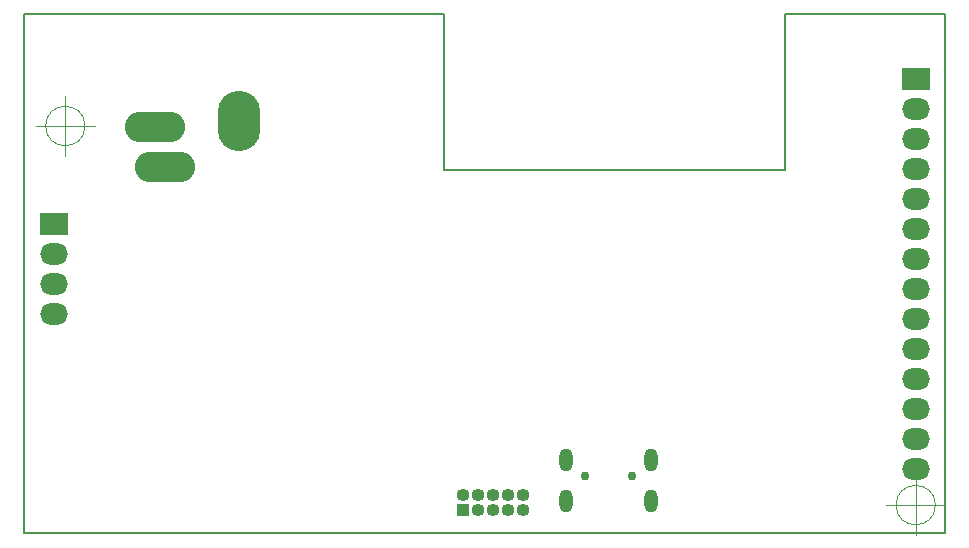
<source format=gbr>
%TF.GenerationSoftware,KiCad,Pcbnew,(5.1.6-0-10_14)*%
%TF.CreationDate,2021-09-25T22:28:50+10:00*%
%TF.ProjectId,esp32lcd,65737033-326c-4636-942e-6b696361645f,rev?*%
%TF.SameCoordinates,PX47868c0PY93d1cc0*%
%TF.FileFunction,Soldermask,Bot*%
%TF.FilePolarity,Negative*%
%FSLAX46Y46*%
G04 Gerber Fmt 4.6, Leading zero omitted, Abs format (unit mm)*
G04 Created by KiCad (PCBNEW (5.1.6-0-10_14)) date 2021-09-25 22:28:50*
%MOMM*%
%LPD*%
G01*
G04 APERTURE LIST*
%TA.AperFunction,Profile*%
%ADD10C,0.150000*%
%TD*%
%TA.AperFunction,Profile*%
%ADD11C,0.050000*%
%TD*%
%ADD12R,2.350000X1.827200*%
%ADD13O,2.350000X1.827200*%
%ADD14O,1.100000X1.100000*%
%ADD15R,1.100000X1.100000*%
%ADD16O,5.100000X2.600000*%
%ADD17O,3.600000X5.100000*%
%ADD18C,0.750000*%
%ADD19O,1.150000X1.950000*%
G04 APERTURE END LIST*
D10*
X78000000Y44000000D02*
X64400000Y44000000D01*
X64400000Y30800000D02*
X64400000Y44000000D01*
X35600000Y30800000D02*
X64400000Y30800000D01*
X35600000Y44000000D02*
X35600000Y30800000D01*
D11*
X77166666Y2400000D02*
G75*
G03*
X77166666Y2400000I-1666666J0D01*
G01*
X73000000Y2400000D02*
X78000000Y2400000D01*
X75500000Y4900000D02*
X75500000Y-100000D01*
X5166666Y34500000D02*
G75*
G03*
X5166666Y34500000I-1666666J0D01*
G01*
X1000000Y34500000D02*
X6000000Y34500000D01*
X3500000Y37000000D02*
X3500000Y32000000D01*
D10*
X35600000Y44000000D02*
X0Y44000000D01*
X0Y0D02*
X0Y44000000D01*
X78000000Y0D02*
X0Y0D01*
X78000000Y44000000D02*
X78000000Y0D01*
D12*
%TO.C,U15*%
X2570000Y26190000D03*
D13*
X2570000Y23650000D03*
X2570000Y21110000D03*
X2570000Y18570000D03*
X75500000Y5480000D03*
X75500000Y8020000D03*
X75500000Y10560000D03*
X75500000Y13100000D03*
X75500000Y15640000D03*
X75500000Y18180000D03*
X75500000Y20720000D03*
X75500000Y23260000D03*
X75500000Y25800000D03*
X75500000Y28340000D03*
X75500000Y30880000D03*
X75500000Y33420000D03*
X75500000Y35960000D03*
D12*
X75500000Y38500000D03*
%TD*%
D14*
%TO.C,J1*%
X42280000Y3270000D03*
X42280000Y2000000D03*
X41010000Y3270000D03*
X41010000Y2000000D03*
X39740000Y3270000D03*
X39740000Y2000000D03*
X38470000Y3270000D03*
X38470000Y2000000D03*
X37200000Y3270000D03*
D15*
X37200000Y2000000D03*
%TD*%
D16*
%TO.C,J12*%
X11100000Y34400000D03*
D17*
X18200000Y34950000D03*
D16*
X11900000Y31000000D03*
%TD*%
D18*
%TO.C,J11*%
X51500000Y4900000D03*
X47500000Y4900000D03*
D19*
X53075000Y2770000D03*
X45925000Y2770000D03*
X53075000Y6220000D03*
X45925000Y6220000D03*
%TD*%
M02*

</source>
